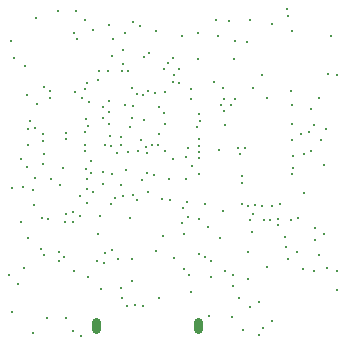
<source format=gbr>
%TF.GenerationSoftware,KiCad,Pcbnew,9.0.5*%
%TF.CreationDate,2025-10-07T19:58:44+02:00*%
%TF.ProjectId,Kolibri v0.6,4b6f6c69-6272-4692-9076-302e362e6b69,rev?*%
%TF.SameCoordinates,Original*%
%TF.FileFunction,Plated,1,8,PTH,Mixed*%
%TF.FilePolarity,Positive*%
%FSLAX46Y46*%
G04 Gerber Fmt 4.6, Leading zero omitted, Abs format (unit mm)*
G04 Created by KiCad (PCBNEW 9.0.5) date 2025-10-07 19:58:44*
%MOMM*%
%LPD*%
G01*
G04 APERTURE LIST*
%TA.AperFunction,ViaDrill*%
%ADD10C,0.200000*%
%TD*%
G04 aperture for slot hole*
%TA.AperFunction,ComponentDrill*%
%ADD11C,0.800000*%
%TD*%
G04 APERTURE END LIST*
D10*
X86300000Y-108500000D03*
X86450000Y-88750000D03*
X86480000Y-101135000D03*
X86550000Y-111650000D03*
X86700000Y-90150000D03*
X87050000Y-109300000D03*
X87250000Y-98700000D03*
X87251064Y-104001619D03*
X87450000Y-101050000D03*
X87570736Y-107898143D03*
X87650000Y-90850000D03*
X87750000Y-93265000D03*
X87800000Y-99350000D03*
X87850000Y-96150000D03*
X87850000Y-105350000D03*
X87900000Y-97500000D03*
X88000000Y-95450000D03*
X88285000Y-113400000D03*
X88300000Y-101300000D03*
X88380573Y-102581913D03*
X88440000Y-100300000D03*
X88500000Y-96100000D03*
X88550000Y-86800000D03*
X88650000Y-94000000D03*
X89000000Y-106300000D03*
X89050000Y-103700000D03*
X89100000Y-99100000D03*
X89150000Y-97150000D03*
X89169546Y-96605667D03*
X89200000Y-92600000D03*
X89200000Y-106850000D03*
X89248729Y-98280001D03*
X89500000Y-112150000D03*
X89600000Y-103750000D03*
X89700000Y-93500000D03*
X89730884Y-92959999D03*
X89850000Y-100350000D03*
X90435000Y-86150000D03*
X90515000Y-106550000D03*
X90515000Y-107373324D03*
X90550000Y-100900000D03*
X90850000Y-99500000D03*
X90885000Y-106972740D03*
X91000000Y-104050000D03*
X91080000Y-96510705D03*
X91080000Y-97035000D03*
X91082828Y-103367342D03*
X91100000Y-112200000D03*
X91650000Y-104000000D03*
X91653548Y-113250706D03*
X91700000Y-103220000D03*
X91750000Y-88000000D03*
X91784998Y-108200000D03*
X91849286Y-93011156D03*
X91940000Y-86150000D03*
X92002181Y-88520630D03*
X92250000Y-101800000D03*
X92288370Y-103561630D03*
X92400000Y-113650000D03*
X92415000Y-93493376D03*
X92684889Y-98039789D03*
X92700000Y-86900000D03*
X92700000Y-92800000D03*
X92700000Y-96450000D03*
X92700000Y-97500000D03*
X92782802Y-99570000D03*
X92801440Y-95320487D03*
X92848350Y-92280774D03*
X92850000Y-102450000D03*
X92900000Y-100375000D03*
X92900000Y-101240000D03*
X92934130Y-95867026D03*
X92950000Y-108650000D03*
X93000000Y-93900000D03*
X93201000Y-99911630D03*
X93215841Y-98869248D03*
X93350000Y-87750000D03*
X93407058Y-101475135D03*
X93750000Y-107350000D03*
X93800000Y-92000000D03*
X93834998Y-105072000D03*
X93875000Y-91250000D03*
X93975053Y-103533281D03*
X94017243Y-109675605D03*
X94200000Y-94285000D03*
X94200000Y-100800000D03*
X94250000Y-99826053D03*
X94250729Y-95237932D03*
X94339196Y-107539197D03*
X94382723Y-97482724D03*
X94393117Y-106683594D03*
X94660758Y-91212500D03*
X94720000Y-93750000D03*
X94720000Y-94750000D03*
X94720000Y-95750000D03*
X94750000Y-87350000D03*
X94850000Y-96750000D03*
X94893258Y-102480000D03*
X94912951Y-97585000D03*
X94950000Y-106400000D03*
X94977261Y-89977261D03*
X95025000Y-99950457D03*
X95050000Y-88540000D03*
X95196988Y-102033513D03*
X95421548Y-98185438D03*
X95512237Y-107142499D03*
X95719080Y-97515002D03*
X95747880Y-100893008D03*
X95750000Y-96800000D03*
X95750000Y-109650000D03*
X95818432Y-91234135D03*
X95860000Y-110450000D03*
X95880158Y-90649149D03*
X95900000Y-89510000D03*
X95930000Y-101836630D03*
X96100000Y-88050000D03*
X96100000Y-94100000D03*
X96200000Y-99600000D03*
X96250000Y-111150000D03*
X96350000Y-98100000D03*
X96358133Y-91252190D03*
X96478391Y-103729000D03*
X96500000Y-96000000D03*
X96650000Y-92720000D03*
X96650000Y-95250000D03*
X96700000Y-107131445D03*
X96700000Y-109050000D03*
X96750000Y-87100000D03*
X96750000Y-94250000D03*
X96800000Y-101750000D03*
X96950000Y-111100000D03*
X97076053Y-93200000D03*
X97100000Y-102200000D03*
X97200000Y-97980000D03*
X97350000Y-87400000D03*
X97476514Y-97050000D03*
X97560000Y-100450000D03*
X97600000Y-111150000D03*
X97610822Y-93275000D03*
X97700000Y-90050000D03*
X97700000Y-95400000D03*
X97846514Y-97684214D03*
X97956281Y-99885000D03*
X97958527Y-98212470D03*
X98002022Y-101515000D03*
X98016535Y-92918630D03*
X98150000Y-89750000D03*
X98360297Y-97517993D03*
X98545803Y-100040069D03*
X98600000Y-93100000D03*
X98700000Y-87900000D03*
X98750000Y-106500000D03*
X98900000Y-97500000D03*
X98940000Y-110450000D03*
X98965000Y-96547978D03*
X99000000Y-94273947D03*
X99176000Y-102065000D03*
X99343390Y-105206020D03*
X99350000Y-91070000D03*
X99391787Y-94780000D03*
X99450000Y-97980000D03*
X99480000Y-95750000D03*
X99500000Y-93050000D03*
X99711630Y-90561630D03*
X99849501Y-100411189D03*
X99856845Y-102186999D03*
X100113102Y-90169999D03*
X100165000Y-92140676D03*
X100165000Y-98696498D03*
X100200000Y-91600000D03*
X100245871Y-107104129D03*
X100635000Y-91100000D03*
X100685359Y-92285000D03*
X100950000Y-88250000D03*
X100950000Y-104115000D03*
X100975000Y-102830000D03*
X101063344Y-105072089D03*
X101112059Y-107970318D03*
X101250000Y-100425000D03*
X101267108Y-98546000D03*
X101330000Y-102300000D03*
X101400000Y-97770000D03*
X101449168Y-103630772D03*
X101500000Y-108550000D03*
X101650000Y-110000000D03*
X101700000Y-92750000D03*
X101700000Y-93600000D03*
X101796219Y-99266037D03*
X102139999Y-95983949D03*
X102250000Y-90250000D03*
X102300000Y-88050000D03*
X102308030Y-94905796D03*
X102359998Y-97025000D03*
X102359998Y-98105006D03*
X102359998Y-98645009D03*
X102359998Y-100007037D03*
X102360250Y-97565003D03*
X102379581Y-106702796D03*
X102382658Y-103782828D03*
X102450000Y-95500000D03*
X102849545Y-102535000D03*
X102900000Y-107000000D03*
X103082581Y-104444159D03*
X103200000Y-112000000D03*
X103350000Y-108650000D03*
X103393370Y-107306630D03*
X103661834Y-92175000D03*
X103800000Y-86950000D03*
X103980000Y-88311630D03*
X104050000Y-97900000D03*
X104135001Y-105356681D03*
X104250000Y-94084998D03*
X104350000Y-92650000D03*
X104350000Y-103130000D03*
X104450000Y-94650000D03*
X104500000Y-93600000D03*
X104550000Y-95850000D03*
X104566434Y-108188629D03*
X104900000Y-87000000D03*
X105062933Y-94085001D03*
X105151574Y-112084013D03*
X105200000Y-109485000D03*
X105221925Y-108515000D03*
X105350000Y-90200000D03*
X105400000Y-88700000D03*
X105434998Y-93650000D03*
X105625006Y-97739141D03*
X105720000Y-110500000D03*
X105800000Y-98250000D03*
X105950000Y-102520000D03*
X105959000Y-100160998D03*
X105997146Y-100701001D03*
X106050000Y-113200000D03*
X106250000Y-97765002D03*
X106400000Y-88800000D03*
X106465000Y-106600000D03*
X106472626Y-102655882D03*
X106508639Y-108853320D03*
X106635000Y-86900000D03*
X106700000Y-103850000D03*
X106700000Y-111230000D03*
X106835000Y-104850000D03*
X106892353Y-103343841D03*
X106950000Y-92650000D03*
X107050000Y-102580000D03*
X107415002Y-113600000D03*
X107451466Y-110835000D03*
X107650000Y-91550000D03*
X107700000Y-102700000D03*
X107800000Y-113000000D03*
X107850000Y-103900000D03*
X108100000Y-93500000D03*
X108100000Y-107850000D03*
X108400000Y-103850000D03*
X108500000Y-102650000D03*
X108550000Y-87300000D03*
X108550000Y-112400000D03*
X109000000Y-103800000D03*
X109050000Y-104300000D03*
X109250000Y-102500000D03*
X109600000Y-105330000D03*
X109714609Y-106184270D03*
X109800000Y-86000000D03*
X109850000Y-107150000D03*
X109885000Y-86632264D03*
X110100000Y-92980000D03*
X110125000Y-103846353D03*
X110200000Y-87850000D03*
X110200000Y-97050000D03*
X110200000Y-100000000D03*
X110212500Y-94106105D03*
X110250000Y-95700000D03*
X110300000Y-99450000D03*
X110348000Y-98450000D03*
X110650000Y-106600000D03*
X110710233Y-103688956D03*
X110991000Y-96590747D03*
X111179120Y-108020000D03*
X111249000Y-101600000D03*
X111250000Y-98250000D03*
X111681102Y-96400622D03*
X111800000Y-98050000D03*
X111833921Y-94466105D03*
X112050000Y-95850000D03*
X112050000Y-108200000D03*
X112184998Y-104500000D03*
X112200000Y-105550000D03*
X112480659Y-106830456D03*
X112500000Y-93500000D03*
X112700000Y-97100000D03*
X112900000Y-105050000D03*
X112950000Y-99200000D03*
X113100000Y-96150000D03*
X113187661Y-107912339D03*
X113300000Y-91500000D03*
X113500000Y-88250000D03*
X114000000Y-91550000D03*
X114015000Y-108186921D03*
X114015000Y-109813705D03*
D11*
%TO.C,J1*%
X93630000Y-112497500D02*
X93630000Y-113097500D01*
X102270000Y-112497500D02*
X102270000Y-113097500D01*
M02*

</source>
